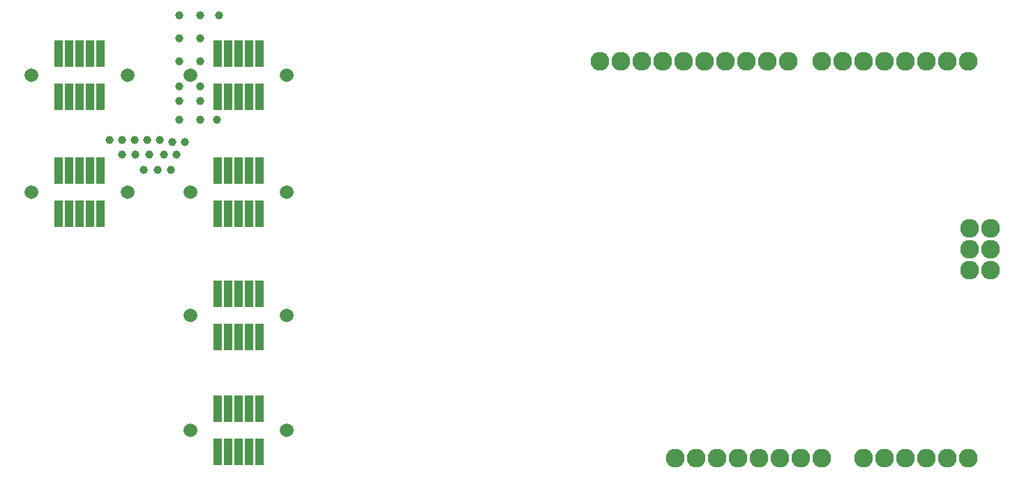
<source format=gts>
G04 #@! TF.FileFunction,Soldermask,Top*
%FSLAX46Y46*%
G04 Gerber Fmt 4.6, Leading zero omitted, Abs format (unit mm)*
G04 Created by KiCad (PCBNEW 4.0.2+dfsg1-stable) date vie 26 may 2017 18:32:50 CEST*
%MOMM*%
G01*
G04 APERTURE LIST*
%ADD10C,0.100000*%
%ADD11C,1.000000*%
%ADD12C,2.279600*%
%ADD13R,1.140000X3.190000*%
%ADD14C,1.670000*%
G04 APERTURE END LIST*
D10*
D11*
X116878100Y-63982600D03*
X110909100Y-65506600D03*
X111925100Y-67411600D03*
X114338100Y-65506600D03*
X109258100Y-65506600D03*
X113576100Y-67411600D03*
X115354100Y-63982600D03*
X112306100Y-63728600D03*
X113830100Y-63728600D03*
X115227100Y-67411600D03*
X115862100Y-65506600D03*
X112560100Y-65506600D03*
X107734100Y-63728600D03*
X110782100Y-63728600D03*
X109258100Y-63728600D03*
X120815100Y-61315600D03*
X118783100Y-61315600D03*
X116243100Y-61315600D03*
X116243100Y-59029600D03*
X118783100Y-59029600D03*
X118783100Y-57251600D03*
X116243100Y-57251600D03*
X116243100Y-54203600D03*
X118783100Y-54203600D03*
X121069100Y-48615600D03*
X118783100Y-48615600D03*
X116243100Y-48615600D03*
X118783100Y-51409600D03*
X116243100Y-51409600D03*
D12*
X196761100Y-54203600D03*
X199301100Y-54203600D03*
X201841100Y-54203600D03*
X204381100Y-54203600D03*
X206921100Y-54203600D03*
X209461100Y-54203600D03*
X212001100Y-54203600D03*
X194221100Y-54203600D03*
X174917100Y-54203600D03*
X177457100Y-54203600D03*
X179997100Y-54203600D03*
X182537100Y-54203600D03*
X185077100Y-54203600D03*
X187617100Y-54203600D03*
X190157100Y-54203600D03*
X172377100Y-54203600D03*
X169837100Y-54203600D03*
X167297100Y-54203600D03*
X201841100Y-102463600D03*
X204381100Y-102463600D03*
X206921100Y-102463600D03*
X209461100Y-102463600D03*
X212001100Y-102463600D03*
X199301100Y-102463600D03*
X181521100Y-102463600D03*
X184061100Y-102463600D03*
X186601100Y-102463600D03*
X189141100Y-102463600D03*
X191681100Y-102463600D03*
X194221100Y-102463600D03*
X178981100Y-102463600D03*
X176441100Y-102463600D03*
X214668100Y-79603600D03*
X212128100Y-79603600D03*
X214668100Y-77063600D03*
X212128100Y-77063600D03*
X214668100Y-74523600D03*
X212128100Y-74523600D03*
D13*
X124714000Y-82430000D03*
X124714000Y-87750000D03*
X123444000Y-82430000D03*
X123444000Y-87750000D03*
X120904000Y-87750000D03*
X120904000Y-82430000D03*
X122174000Y-87750000D03*
X122174000Y-82430000D03*
X125984000Y-82430000D03*
X125984000Y-87750000D03*
D14*
X117574000Y-85090000D03*
X129314000Y-85090000D03*
D13*
X124714000Y-96400000D03*
X124714000Y-101720000D03*
X123444000Y-96400000D03*
X123444000Y-101720000D03*
X120904000Y-101720000D03*
X120904000Y-96400000D03*
X122174000Y-101720000D03*
X122174000Y-96400000D03*
X125984000Y-96400000D03*
X125984000Y-101720000D03*
D14*
X117574000Y-99060000D03*
X129314000Y-99060000D03*
D13*
X105410000Y-67444000D03*
X105410000Y-72764000D03*
X104140000Y-67444000D03*
X104140000Y-72764000D03*
X101600000Y-72764000D03*
X101600000Y-67444000D03*
X102870000Y-72764000D03*
X102870000Y-67444000D03*
X106680000Y-67444000D03*
X106680000Y-72764000D03*
D14*
X98270000Y-70104000D03*
X110010000Y-70104000D03*
D13*
X124714000Y-67444000D03*
X124714000Y-72764000D03*
X123444000Y-67444000D03*
X123444000Y-72764000D03*
X120904000Y-72764000D03*
X120904000Y-67444000D03*
X122174000Y-72764000D03*
X122174000Y-67444000D03*
X125984000Y-67444000D03*
X125984000Y-72764000D03*
D14*
X117574000Y-70104000D03*
X129314000Y-70104000D03*
D13*
X124714000Y-53220000D03*
X124714000Y-58540000D03*
X123444000Y-53220000D03*
X123444000Y-58540000D03*
X120904000Y-58540000D03*
X120904000Y-53220000D03*
X122174000Y-58540000D03*
X122174000Y-53220000D03*
X125984000Y-53220000D03*
X125984000Y-58540000D03*
D14*
X117574000Y-55880000D03*
X129314000Y-55880000D03*
D13*
X105410000Y-53220000D03*
X105410000Y-58540000D03*
X104140000Y-53220000D03*
X104140000Y-58540000D03*
X101600000Y-58540000D03*
X101600000Y-53220000D03*
X102870000Y-58540000D03*
X102870000Y-53220000D03*
X106680000Y-53220000D03*
X106680000Y-58540000D03*
D14*
X98270000Y-55880000D03*
X110010000Y-55880000D03*
M02*

</source>
